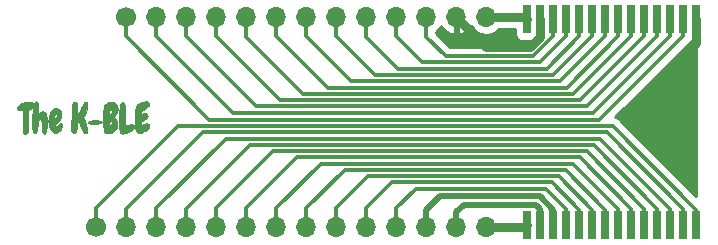
<source format=gbr>
G04 #@! TF.GenerationSoftware,KiCad,Pcbnew,(5.1.9-0-10_14)*
G04 #@! TF.CreationDate,2022-01-02T12:30:46-07:00*
G04 #@! TF.ProjectId,MS88SF2_01,4d533838-5346-4325-9f30-312e6b696361,rev?*
G04 #@! TF.SameCoordinates,Original*
G04 #@! TF.FileFunction,Copper,L1,Top*
G04 #@! TF.FilePolarity,Positive*
%FSLAX46Y46*%
G04 Gerber Fmt 4.6, Leading zero omitted, Abs format (unit mm)*
G04 Created by KiCad (PCBNEW (5.1.9-0-10_14)) date 2022-01-02 12:30:46*
%MOMM*%
%LPD*%
G01*
G04 APERTURE LIST*
G04 #@! TA.AperFunction,EtchedComponent*
%ADD10C,0.010000*%
G04 #@! TD*
G04 #@! TA.AperFunction,ComponentPad*
%ADD11C,1.700000*%
G04 #@! TD*
G04 #@! TA.AperFunction,ComponentPad*
%ADD12O,1.700000X1.700000*%
G04 #@! TD*
G04 #@! TA.AperFunction,SMDPad,CuDef*
%ADD13R,0.800000X2.400000*%
G04 #@! TD*
G04 #@! TA.AperFunction,ViaPad*
%ADD14C,0.800000*%
G04 #@! TD*
G04 #@! TA.AperFunction,Conductor*
%ADD15C,0.330200*%
G04 #@! TD*
G04 #@! TA.AperFunction,Conductor*
%ADD16C,0.762000*%
G04 #@! TD*
G04 #@! TA.AperFunction,Conductor*
%ADD17C,0.508000*%
G04 #@! TD*
G04 #@! TA.AperFunction,Conductor*
%ADD18C,0.254000*%
G04 #@! TD*
G04 #@! TA.AperFunction,Conductor*
%ADD19C,0.100000*%
G04 #@! TD*
G04 APERTURE END LIST*
D10*
G36*
X125653761Y-74763644D02*
G01*
X125800212Y-74772789D01*
X125935801Y-74790449D01*
X126050836Y-74816260D01*
X126135623Y-74849858D01*
X126146947Y-74856720D01*
X126189159Y-74899632D01*
X126190845Y-74943031D01*
X126153554Y-74982726D01*
X126089834Y-75011234D01*
X126030630Y-75022922D01*
X125938702Y-75032845D01*
X125823630Y-75040755D01*
X125694997Y-75046405D01*
X125562384Y-75049547D01*
X125435371Y-75049933D01*
X125323541Y-75047315D01*
X125236474Y-75041445D01*
X125191908Y-75034448D01*
X125112901Y-75008273D01*
X125069033Y-74974859D01*
X125053127Y-74928080D01*
X125052667Y-74915634D01*
X125061143Y-74879972D01*
X125092636Y-74850371D01*
X125153209Y-74819473D01*
X125246173Y-74790927D01*
X125367049Y-74772350D01*
X125506143Y-74763376D01*
X125653761Y-74763644D01*
G37*
X125653761Y-74763644D02*
X125800212Y-74772789D01*
X125935801Y-74790449D01*
X126050836Y-74816260D01*
X126135623Y-74849858D01*
X126146947Y-74856720D01*
X126189159Y-74899632D01*
X126190845Y-74943031D01*
X126153554Y-74982726D01*
X126089834Y-75011234D01*
X126030630Y-75022922D01*
X125938702Y-75032845D01*
X125823630Y-75040755D01*
X125694997Y-75046405D01*
X125562384Y-75049547D01*
X125435371Y-75049933D01*
X125323541Y-75047315D01*
X125236474Y-75041445D01*
X125191908Y-75034448D01*
X125112901Y-75008273D01*
X125069033Y-74974859D01*
X125053127Y-74928080D01*
X125052667Y-74915634D01*
X125061143Y-74879972D01*
X125092636Y-74850371D01*
X125153209Y-74819473D01*
X125246173Y-74790927D01*
X125367049Y-74772350D01*
X125506143Y-74763376D01*
X125653761Y-74763644D01*
G36*
X122385334Y-73733340D02*
G01*
X122501716Y-73771036D01*
X122599675Y-73839484D01*
X122677333Y-73934207D01*
X122732807Y-74050722D01*
X122764220Y-74184551D01*
X122769689Y-74331213D01*
X122747334Y-74486228D01*
X122695276Y-74645116D01*
X122664137Y-74711857D01*
X122595784Y-74811730D01*
X122499612Y-74908023D01*
X122389113Y-74989465D01*
X122277778Y-75044779D01*
X122257888Y-75051332D01*
X122189768Y-75072650D01*
X122154894Y-75088955D01*
X122145842Y-75106978D01*
X122155186Y-75133451D01*
X122158947Y-75141026D01*
X122207984Y-75201384D01*
X122274924Y-75237355D01*
X122344838Y-75241056D01*
X122347298Y-75240469D01*
X122390981Y-75220284D01*
X122452559Y-75180717D01*
X122515222Y-75133098D01*
X122602257Y-75067014D01*
X122669410Y-75031363D01*
X122724220Y-75024325D01*
X122774229Y-75044082D01*
X122800730Y-75064247D01*
X122838629Y-75103126D01*
X122855878Y-75144913D01*
X122859174Y-75207651D01*
X122858853Y-75220851D01*
X122836753Y-75338767D01*
X122781627Y-75461449D01*
X122700300Y-75579378D01*
X122599597Y-75683036D01*
X122486343Y-75762907D01*
X122460562Y-75776273D01*
X122359198Y-75808139D01*
X122245543Y-75817299D01*
X122138880Y-75803043D01*
X122099917Y-75789517D01*
X122034405Y-75746902D01*
X121960240Y-75677050D01*
X121887233Y-75590819D01*
X121825198Y-75499064D01*
X121806467Y-75464856D01*
X121733979Y-75279412D01*
X121689974Y-75072044D01*
X121673883Y-74851622D01*
X121685136Y-74627012D01*
X121690774Y-74594402D01*
X122125681Y-74594402D01*
X122208049Y-74560824D01*
X122278148Y-74521974D01*
X122341742Y-74470880D01*
X122348625Y-74463705D01*
X122396240Y-74389785D01*
X122402170Y-74318377D01*
X122369792Y-74255128D01*
X122336981Y-74225009D01*
X122302990Y-74226975D01*
X122281743Y-74236908D01*
X122229619Y-74283067D01*
X122183035Y-74358593D01*
X122148890Y-74450540D01*
X122137264Y-74508042D01*
X122125681Y-74594402D01*
X121690774Y-74594402D01*
X121723165Y-74407082D01*
X121787401Y-74200701D01*
X121877273Y-74016735D01*
X121901914Y-73977921D01*
X121993294Y-73862189D01*
X122089511Y-73784581D01*
X122196516Y-73740902D01*
X122252411Y-73730878D01*
X122385334Y-73733340D01*
G37*
X122385334Y-73733340D02*
X122501716Y-73771036D01*
X122599675Y-73839484D01*
X122677333Y-73934207D01*
X122732807Y-74050722D01*
X122764220Y-74184551D01*
X122769689Y-74331213D01*
X122747334Y-74486228D01*
X122695276Y-74645116D01*
X122664137Y-74711857D01*
X122595784Y-74811730D01*
X122499612Y-74908023D01*
X122389113Y-74989465D01*
X122277778Y-75044779D01*
X122257888Y-75051332D01*
X122189768Y-75072650D01*
X122154894Y-75088955D01*
X122145842Y-75106978D01*
X122155186Y-75133451D01*
X122158947Y-75141026D01*
X122207984Y-75201384D01*
X122274924Y-75237355D01*
X122344838Y-75241056D01*
X122347298Y-75240469D01*
X122390981Y-75220284D01*
X122452559Y-75180717D01*
X122515222Y-75133098D01*
X122602257Y-75067014D01*
X122669410Y-75031363D01*
X122724220Y-75024325D01*
X122774229Y-75044082D01*
X122800730Y-75064247D01*
X122838629Y-75103126D01*
X122855878Y-75144913D01*
X122859174Y-75207651D01*
X122858853Y-75220851D01*
X122836753Y-75338767D01*
X122781627Y-75461449D01*
X122700300Y-75579378D01*
X122599597Y-75683036D01*
X122486343Y-75762907D01*
X122460562Y-75776273D01*
X122359198Y-75808139D01*
X122245543Y-75817299D01*
X122138880Y-75803043D01*
X122099917Y-75789517D01*
X122034405Y-75746902D01*
X121960240Y-75677050D01*
X121887233Y-75590819D01*
X121825198Y-75499064D01*
X121806467Y-75464856D01*
X121733979Y-75279412D01*
X121689974Y-75072044D01*
X121673883Y-74851622D01*
X121685136Y-74627012D01*
X121690774Y-74594402D01*
X122125681Y-74594402D01*
X122208049Y-74560824D01*
X122278148Y-74521974D01*
X122341742Y-74470880D01*
X122348625Y-74463705D01*
X122396240Y-74389785D01*
X122402170Y-74318377D01*
X122369792Y-74255128D01*
X122336981Y-74225009D01*
X122302990Y-74226975D01*
X122281743Y-74236908D01*
X122229619Y-74283067D01*
X122183035Y-74358593D01*
X122148890Y-74450540D01*
X122137264Y-74508042D01*
X122125681Y-74594402D01*
X121690774Y-74594402D01*
X121723165Y-74407082D01*
X121787401Y-74200701D01*
X121877273Y-74016735D01*
X121901914Y-73977921D01*
X121993294Y-73862189D01*
X122089511Y-73784581D01*
X122196516Y-73740902D01*
X122252411Y-73730878D01*
X122385334Y-73733340D01*
G36*
X130036290Y-73163316D02*
G01*
X130091193Y-73190283D01*
X130133111Y-73242427D01*
X130154413Y-73284313D01*
X130186086Y-73372119D01*
X130194491Y-73450971D01*
X130177025Y-73524499D01*
X130131083Y-73596328D01*
X130054060Y-73670087D01*
X129943351Y-73749403D01*
X129796351Y-73837904D01*
X129730500Y-73874661D01*
X129648608Y-73919642D01*
X129581970Y-73956219D01*
X129538342Y-73980138D01*
X129525185Y-73987316D01*
X129521084Y-74007731D01*
X129514370Y-74059224D01*
X129506482Y-74130733D01*
X129506335Y-74132170D01*
X129491717Y-74274849D01*
X129626983Y-74210858D01*
X129756162Y-74162117D01*
X129866120Y-74146090D01*
X129954426Y-74162245D01*
X130018648Y-74210050D01*
X130056356Y-74288975D01*
X130059964Y-74305499D01*
X130066427Y-74411067D01*
X130041958Y-74505248D01*
X129984013Y-74591339D01*
X129890045Y-74672635D01*
X129757508Y-74752434D01*
X129687943Y-74787147D01*
X129600069Y-74830183D01*
X129543379Y-74862334D01*
X129510232Y-74889589D01*
X129492989Y-74917935D01*
X129485419Y-74945875D01*
X129481326Y-74993847D01*
X129482849Y-75053945D01*
X129488668Y-75111603D01*
X129497462Y-75152258D01*
X129505096Y-75162833D01*
X129525799Y-75155460D01*
X129576674Y-75135703D01*
X129648671Y-75107102D01*
X129689616Y-75090651D01*
X129822649Y-75040110D01*
X129924808Y-75010053D01*
X130002380Y-75000687D01*
X130061651Y-75012219D01*
X130108910Y-75044856D01*
X130150443Y-75098805D01*
X130154887Y-75105975D01*
X130187346Y-75191796D01*
X130194776Y-75289791D01*
X130177087Y-75381887D01*
X130156478Y-75423688D01*
X130101233Y-75486201D01*
X130015876Y-75557671D01*
X129909986Y-75632329D01*
X129793141Y-75704410D01*
X129674920Y-75768145D01*
X129564901Y-75817768D01*
X129472663Y-75847511D01*
X129444497Y-75852375D01*
X129345056Y-75845778D01*
X129276210Y-75818937D01*
X129170481Y-75750707D01*
X129092786Y-75671139D01*
X129053907Y-75598550D01*
X129038308Y-75528218D01*
X129024655Y-75422617D01*
X129013147Y-75288773D01*
X129003984Y-75133714D01*
X128997365Y-74964469D01*
X128993488Y-74788064D01*
X128992554Y-74611526D01*
X128994762Y-74441884D01*
X129000309Y-74286165D01*
X129009397Y-74151397D01*
X129012088Y-74123328D01*
X129039446Y-73904357D01*
X129072882Y-73724917D01*
X129113195Y-73582535D01*
X129161180Y-73474740D01*
X129217635Y-73399058D01*
X129255443Y-73368336D01*
X129326612Y-73331177D01*
X129427903Y-73290205D01*
X129547793Y-73249218D01*
X129674760Y-73212009D01*
X129797281Y-73182374D01*
X129852221Y-73171765D01*
X129959575Y-73158239D01*
X130036290Y-73163316D01*
G37*
X130036290Y-73163316D02*
X130091193Y-73190283D01*
X130133111Y-73242427D01*
X130154413Y-73284313D01*
X130186086Y-73372119D01*
X130194491Y-73450971D01*
X130177025Y-73524499D01*
X130131083Y-73596328D01*
X130054060Y-73670087D01*
X129943351Y-73749403D01*
X129796351Y-73837904D01*
X129730500Y-73874661D01*
X129648608Y-73919642D01*
X129581970Y-73956219D01*
X129538342Y-73980138D01*
X129525185Y-73987316D01*
X129521084Y-74007731D01*
X129514370Y-74059224D01*
X129506482Y-74130733D01*
X129506335Y-74132170D01*
X129491717Y-74274849D01*
X129626983Y-74210858D01*
X129756162Y-74162117D01*
X129866120Y-74146090D01*
X129954426Y-74162245D01*
X130018648Y-74210050D01*
X130056356Y-74288975D01*
X130059964Y-74305499D01*
X130066427Y-74411067D01*
X130041958Y-74505248D01*
X129984013Y-74591339D01*
X129890045Y-74672635D01*
X129757508Y-74752434D01*
X129687943Y-74787147D01*
X129600069Y-74830183D01*
X129543379Y-74862334D01*
X129510232Y-74889589D01*
X129492989Y-74917935D01*
X129485419Y-74945875D01*
X129481326Y-74993847D01*
X129482849Y-75053945D01*
X129488668Y-75111603D01*
X129497462Y-75152258D01*
X129505096Y-75162833D01*
X129525799Y-75155460D01*
X129576674Y-75135703D01*
X129648671Y-75107102D01*
X129689616Y-75090651D01*
X129822649Y-75040110D01*
X129924808Y-75010053D01*
X130002380Y-75000687D01*
X130061651Y-75012219D01*
X130108910Y-75044856D01*
X130150443Y-75098805D01*
X130154887Y-75105975D01*
X130187346Y-75191796D01*
X130194776Y-75289791D01*
X130177087Y-75381887D01*
X130156478Y-75423688D01*
X130101233Y-75486201D01*
X130015876Y-75557671D01*
X129909986Y-75632329D01*
X129793141Y-75704410D01*
X129674920Y-75768145D01*
X129564901Y-75817768D01*
X129472663Y-75847511D01*
X129444497Y-75852375D01*
X129345056Y-75845778D01*
X129276210Y-75818937D01*
X129170481Y-75750707D01*
X129092786Y-75671139D01*
X129053907Y-75598550D01*
X129038308Y-75528218D01*
X129024655Y-75422617D01*
X129013147Y-75288773D01*
X129003984Y-75133714D01*
X128997365Y-74964469D01*
X128993488Y-74788064D01*
X128992554Y-74611526D01*
X128994762Y-74441884D01*
X129000309Y-74286165D01*
X129009397Y-74151397D01*
X129012088Y-74123328D01*
X129039446Y-73904357D01*
X129072882Y-73724917D01*
X129113195Y-73582535D01*
X129161180Y-73474740D01*
X129217635Y-73399058D01*
X129255443Y-73368336D01*
X129326612Y-73331177D01*
X129427903Y-73290205D01*
X129547793Y-73249218D01*
X129674760Y-73212009D01*
X129797281Y-73182374D01*
X129852221Y-73171765D01*
X129959575Y-73158239D01*
X130036290Y-73163316D01*
G36*
X127154938Y-73224064D02*
G01*
X127289551Y-73283046D01*
X127395461Y-73372414D01*
X127471464Y-73490367D01*
X127516356Y-73635105D01*
X127529167Y-73783346D01*
X127509829Y-73990460D01*
X127451993Y-74180373D01*
X127355923Y-74352379D01*
X127282400Y-74444088D01*
X127241248Y-74491601D01*
X127226479Y-74517654D01*
X127235103Y-74531271D01*
X127251441Y-74537604D01*
X127306947Y-74571626D01*
X127367045Y-74634033D01*
X127422693Y-74713134D01*
X127464847Y-74797236D01*
X127475056Y-74826747D01*
X127508053Y-75001704D01*
X127505268Y-75174592D01*
X127468985Y-75339210D01*
X127401490Y-75489353D01*
X127305068Y-75618822D01*
X127182002Y-75721412D01*
X127135470Y-75748556D01*
X126984717Y-75811764D01*
X126826245Y-75849552D01*
X126672978Y-75859683D01*
X126566084Y-75847107D01*
X126476875Y-75819530D01*
X126411904Y-75783428D01*
X126385692Y-75754613D01*
X126376082Y-75719740D01*
X126364659Y-75652320D01*
X126352846Y-75562017D01*
X126342062Y-75458495D01*
X126341923Y-75456984D01*
X126336495Y-75373030D01*
X126332338Y-75258264D01*
X126329927Y-75143613D01*
X126790669Y-75143613D01*
X126799213Y-75201317D01*
X126825101Y-75223603D01*
X126870028Y-75212747D01*
X126905122Y-75192393D01*
X126965106Y-75138302D01*
X127009600Y-75070188D01*
X127035621Y-74998115D01*
X127040183Y-74932148D01*
X127020301Y-74882348D01*
X127001534Y-74867320D01*
X126938026Y-74853157D01*
X126880153Y-74876493D01*
X126833356Y-74932496D01*
X126803081Y-75016334D01*
X126797776Y-75048218D01*
X126790669Y-75143613D01*
X126329927Y-75143613D01*
X126329396Y-75118367D01*
X126327615Y-74959021D01*
X126326938Y-74785907D01*
X126327311Y-74604707D01*
X126328678Y-74421102D01*
X126330380Y-74287987D01*
X126794586Y-74287987D01*
X126797524Y-74331446D01*
X126799813Y-74338783D01*
X126825684Y-74347166D01*
X126867360Y-74324322D01*
X126918376Y-74275025D01*
X126962303Y-74218705D01*
X127007370Y-74139977D01*
X127040399Y-74055072D01*
X127058091Y-73976072D01*
X127057146Y-73915055D01*
X127050117Y-73897241D01*
X127005838Y-73861449D01*
X126946287Y-73856189D01*
X126885464Y-73881419D01*
X126866074Y-73897834D01*
X126840255Y-73930077D01*
X126822866Y-73971916D01*
X126810923Y-74034112D01*
X126801442Y-74127420D01*
X126801049Y-74132242D01*
X126795783Y-74217878D01*
X126794586Y-74287987D01*
X126330380Y-74287987D01*
X126330984Y-74240775D01*
X126334172Y-74069406D01*
X126338189Y-73912677D01*
X126342978Y-73776269D01*
X126348484Y-73665865D01*
X126354651Y-73587145D01*
X126360537Y-73548760D01*
X126381967Y-73492221D01*
X126417474Y-73443921D01*
X126474144Y-73397578D01*
X126559063Y-73346911D01*
X126629584Y-73310281D01*
X126791070Y-73241424D01*
X126935568Y-73207123D01*
X127069086Y-73206394D01*
X127154938Y-73224064D01*
G37*
X127154938Y-73224064D02*
X127289551Y-73283046D01*
X127395461Y-73372414D01*
X127471464Y-73490367D01*
X127516356Y-73635105D01*
X127529167Y-73783346D01*
X127509829Y-73990460D01*
X127451993Y-74180373D01*
X127355923Y-74352379D01*
X127282400Y-74444088D01*
X127241248Y-74491601D01*
X127226479Y-74517654D01*
X127235103Y-74531271D01*
X127251441Y-74537604D01*
X127306947Y-74571626D01*
X127367045Y-74634033D01*
X127422693Y-74713134D01*
X127464847Y-74797236D01*
X127475056Y-74826747D01*
X127508053Y-75001704D01*
X127505268Y-75174592D01*
X127468985Y-75339210D01*
X127401490Y-75489353D01*
X127305068Y-75618822D01*
X127182002Y-75721412D01*
X127135470Y-75748556D01*
X126984717Y-75811764D01*
X126826245Y-75849552D01*
X126672978Y-75859683D01*
X126566084Y-75847107D01*
X126476875Y-75819530D01*
X126411904Y-75783428D01*
X126385692Y-75754613D01*
X126376082Y-75719740D01*
X126364659Y-75652320D01*
X126352846Y-75562017D01*
X126342062Y-75458495D01*
X126341923Y-75456984D01*
X126336495Y-75373030D01*
X126332338Y-75258264D01*
X126329927Y-75143613D01*
X126790669Y-75143613D01*
X126799213Y-75201317D01*
X126825101Y-75223603D01*
X126870028Y-75212747D01*
X126905122Y-75192393D01*
X126965106Y-75138302D01*
X127009600Y-75070188D01*
X127035621Y-74998115D01*
X127040183Y-74932148D01*
X127020301Y-74882348D01*
X127001534Y-74867320D01*
X126938026Y-74853157D01*
X126880153Y-74876493D01*
X126833356Y-74932496D01*
X126803081Y-75016334D01*
X126797776Y-75048218D01*
X126790669Y-75143613D01*
X126329927Y-75143613D01*
X126329396Y-75118367D01*
X126327615Y-74959021D01*
X126326938Y-74785907D01*
X126327311Y-74604707D01*
X126328678Y-74421102D01*
X126330380Y-74287987D01*
X126794586Y-74287987D01*
X126797524Y-74331446D01*
X126799813Y-74338783D01*
X126825684Y-74347166D01*
X126867360Y-74324322D01*
X126918376Y-74275025D01*
X126962303Y-74218705D01*
X127007370Y-74139977D01*
X127040399Y-74055072D01*
X127058091Y-73976072D01*
X127057146Y-73915055D01*
X127050117Y-73897241D01*
X127005838Y-73861449D01*
X126946287Y-73856189D01*
X126885464Y-73881419D01*
X126866074Y-73897834D01*
X126840255Y-73930077D01*
X126822866Y-73971916D01*
X126810923Y-74034112D01*
X126801442Y-74127420D01*
X126801049Y-74132242D01*
X126795783Y-74217878D01*
X126794586Y-74287987D01*
X126330380Y-74287987D01*
X126330984Y-74240775D01*
X126334172Y-74069406D01*
X126338189Y-73912677D01*
X126342978Y-73776269D01*
X126348484Y-73665865D01*
X126354651Y-73587145D01*
X126360537Y-73548760D01*
X126381967Y-73492221D01*
X126417474Y-73443921D01*
X126474144Y-73397578D01*
X126559063Y-73346911D01*
X126629584Y-73310281D01*
X126791070Y-73241424D01*
X126935568Y-73207123D01*
X127069086Y-73206394D01*
X127154938Y-73224064D01*
G36*
X123993961Y-73227170D02*
G01*
X124009203Y-73241958D01*
X124042031Y-73284144D01*
X124066989Y-73333378D01*
X124085022Y-73395691D01*
X124097080Y-73477118D01*
X124104108Y-73583691D01*
X124107055Y-73721445D01*
X124107071Y-73865268D01*
X124104761Y-74271620D01*
X124152598Y-74214518D01*
X124235549Y-74102377D01*
X124321264Y-73963528D01*
X124401451Y-73812126D01*
X124448503Y-73709428D01*
X124511201Y-73571762D01*
X124574594Y-73449548D01*
X124634809Y-73349376D01*
X124687970Y-73277836D01*
X124720108Y-73247470D01*
X124791569Y-73219034D01*
X124866209Y-73223505D01*
X124925667Y-73257833D01*
X124948699Y-73288902D01*
X124961741Y-73332106D01*
X124967265Y-73398992D01*
X124968000Y-73455530D01*
X124951623Y-73642038D01*
X124904855Y-73843274D01*
X124831247Y-74048659D01*
X124734344Y-74247618D01*
X124662998Y-74364802D01*
X124586949Y-74479375D01*
X124747563Y-74858146D01*
X124830947Y-75060978D01*
X124894979Y-75231579D01*
X124940999Y-75374652D01*
X124970348Y-75494898D01*
X124984366Y-75597018D01*
X124984392Y-75685713D01*
X124984188Y-75688251D01*
X124961881Y-75787669D01*
X124917585Y-75853250D01*
X124856462Y-75883019D01*
X124783670Y-75875002D01*
X124704372Y-75827222D01*
X124679942Y-75804697D01*
X124643706Y-75764329D01*
X124608936Y-75715336D01*
X124573051Y-75652395D01*
X124533471Y-75570182D01*
X124487615Y-75463377D01*
X124432903Y-75326657D01*
X124373874Y-75173416D01*
X124334086Y-75069374D01*
X124299660Y-74980181D01*
X124273364Y-74912942D01*
X124257966Y-74874763D01*
X124255254Y-74868839D01*
X124236764Y-74875357D01*
X124196737Y-74901376D01*
X124174826Y-74917542D01*
X124130241Y-74955642D01*
X124108095Y-74992402D01*
X124100638Y-75045117D01*
X124099993Y-75084535D01*
X124096109Y-75194708D01*
X124085847Y-75317616D01*
X124070827Y-75440839D01*
X124052663Y-75551957D01*
X124032974Y-75638549D01*
X124024381Y-75665314D01*
X123975545Y-75754822D01*
X123910696Y-75813756D01*
X123836574Y-75838930D01*
X123759919Y-75827156D01*
X123724040Y-75807331D01*
X123678600Y-75765449D01*
X123644602Y-75708636D01*
X123621268Y-75632082D01*
X123607818Y-75530980D01*
X123603472Y-75400523D01*
X123607451Y-75235903D01*
X123613203Y-75123930D01*
X123619399Y-75008513D01*
X123626495Y-74860247D01*
X123634089Y-74688594D01*
X123641776Y-74503019D01*
X123649152Y-74312985D01*
X123655814Y-74127955D01*
X123656255Y-74115083D01*
X123662491Y-73948839D01*
X123669393Y-73793105D01*
X123676617Y-73653786D01*
X123683820Y-73536787D01*
X123690657Y-73448013D01*
X123696786Y-73393370D01*
X123698890Y-73382657D01*
X123736724Y-73295671D01*
X123793001Y-73233069D01*
X123859867Y-73198411D01*
X123929471Y-73195258D01*
X123993961Y-73227170D01*
G37*
X123993961Y-73227170D02*
X124009203Y-73241958D01*
X124042031Y-73284144D01*
X124066989Y-73333378D01*
X124085022Y-73395691D01*
X124097080Y-73477118D01*
X124104108Y-73583691D01*
X124107055Y-73721445D01*
X124107071Y-73865268D01*
X124104761Y-74271620D01*
X124152598Y-74214518D01*
X124235549Y-74102377D01*
X124321264Y-73963528D01*
X124401451Y-73812126D01*
X124448503Y-73709428D01*
X124511201Y-73571762D01*
X124574594Y-73449548D01*
X124634809Y-73349376D01*
X124687970Y-73277836D01*
X124720108Y-73247470D01*
X124791569Y-73219034D01*
X124866209Y-73223505D01*
X124925667Y-73257833D01*
X124948699Y-73288902D01*
X124961741Y-73332106D01*
X124967265Y-73398992D01*
X124968000Y-73455530D01*
X124951623Y-73642038D01*
X124904855Y-73843274D01*
X124831247Y-74048659D01*
X124734344Y-74247618D01*
X124662998Y-74364802D01*
X124586949Y-74479375D01*
X124747563Y-74858146D01*
X124830947Y-75060978D01*
X124894979Y-75231579D01*
X124940999Y-75374652D01*
X124970348Y-75494898D01*
X124984366Y-75597018D01*
X124984392Y-75685713D01*
X124984188Y-75688251D01*
X124961881Y-75787669D01*
X124917585Y-75853250D01*
X124856462Y-75883019D01*
X124783670Y-75875002D01*
X124704372Y-75827222D01*
X124679942Y-75804697D01*
X124643706Y-75764329D01*
X124608936Y-75715336D01*
X124573051Y-75652395D01*
X124533471Y-75570182D01*
X124487615Y-75463377D01*
X124432903Y-75326657D01*
X124373874Y-75173416D01*
X124334086Y-75069374D01*
X124299660Y-74980181D01*
X124273364Y-74912942D01*
X124257966Y-74874763D01*
X124255254Y-74868839D01*
X124236764Y-74875357D01*
X124196737Y-74901376D01*
X124174826Y-74917542D01*
X124130241Y-74955642D01*
X124108095Y-74992402D01*
X124100638Y-75045117D01*
X124099993Y-75084535D01*
X124096109Y-75194708D01*
X124085847Y-75317616D01*
X124070827Y-75440839D01*
X124052663Y-75551957D01*
X124032974Y-75638549D01*
X124024381Y-75665314D01*
X123975545Y-75754822D01*
X123910696Y-75813756D01*
X123836574Y-75838930D01*
X123759919Y-75827156D01*
X123724040Y-75807331D01*
X123678600Y-75765449D01*
X123644602Y-75708636D01*
X123621268Y-75632082D01*
X123607818Y-75530980D01*
X123603472Y-75400523D01*
X123607451Y-75235903D01*
X123613203Y-75123930D01*
X123619399Y-75008513D01*
X123626495Y-74860247D01*
X123634089Y-74688594D01*
X123641776Y-74503019D01*
X123649152Y-74312985D01*
X123655814Y-74127955D01*
X123656255Y-74115083D01*
X123662491Y-73948839D01*
X123669393Y-73793105D01*
X123676617Y-73653786D01*
X123683820Y-73536787D01*
X123690657Y-73448013D01*
X123696786Y-73393370D01*
X123698890Y-73382657D01*
X123736724Y-73295671D01*
X123793001Y-73233069D01*
X123859867Y-73198411D01*
X123929471Y-73195258D01*
X123993961Y-73227170D01*
G36*
X128009167Y-73257809D02*
G01*
X128063396Y-73314220D01*
X128078779Y-73341086D01*
X128101716Y-73392702D01*
X128120489Y-73451901D01*
X128135403Y-73522930D01*
X128146761Y-73610035D01*
X128154867Y-73717461D01*
X128160026Y-73849456D01*
X128162542Y-74010264D01*
X128162718Y-74204132D01*
X128160859Y-74435307D01*
X128160343Y-74480208D01*
X128158658Y-74653161D01*
X128157827Y-74811937D01*
X128157820Y-74951762D01*
X128158606Y-75067864D01*
X128160155Y-75155472D01*
X128162437Y-75209813D01*
X128165088Y-75226333D01*
X128191001Y-75219942D01*
X128244023Y-75203401D01*
X128295794Y-75186049D01*
X128472144Y-75134488D01*
X128623406Y-75109168D01*
X128747852Y-75109758D01*
X128843758Y-75135927D01*
X128909398Y-75187343D01*
X128943046Y-75263675D01*
X128947334Y-75311089D01*
X128926651Y-75423907D01*
X128865536Y-75529052D01*
X128765385Y-75625356D01*
X128627594Y-75711655D01*
X128453561Y-75786782D01*
X128329425Y-75826849D01*
X128192512Y-75861899D01*
X128069360Y-75884934D01*
X127968532Y-75894692D01*
X127899584Y-75890148D01*
X127810946Y-75855941D01*
X127756984Y-75801150D01*
X127742718Y-75768097D01*
X127722284Y-75682091D01*
X127702705Y-75562316D01*
X127684661Y-75417337D01*
X127668831Y-75255719D01*
X127655891Y-75086027D01*
X127646522Y-74916824D01*
X127641401Y-74756677D01*
X127641208Y-74614149D01*
X127644465Y-74527833D01*
X127662668Y-74254137D01*
X127681872Y-74020047D01*
X127702582Y-73822837D01*
X127725302Y-73659780D01*
X127750538Y-73528153D01*
X127778796Y-73425230D01*
X127810582Y-73348284D01*
X127846399Y-73294592D01*
X127878373Y-73266498D01*
X127946558Y-73241554D01*
X128009167Y-73257809D01*
G37*
X128009167Y-73257809D02*
X128063396Y-73314220D01*
X128078779Y-73341086D01*
X128101716Y-73392702D01*
X128120489Y-73451901D01*
X128135403Y-73522930D01*
X128146761Y-73610035D01*
X128154867Y-73717461D01*
X128160026Y-73849456D01*
X128162542Y-74010264D01*
X128162718Y-74204132D01*
X128160859Y-74435307D01*
X128160343Y-74480208D01*
X128158658Y-74653161D01*
X128157827Y-74811937D01*
X128157820Y-74951762D01*
X128158606Y-75067864D01*
X128160155Y-75155472D01*
X128162437Y-75209813D01*
X128165088Y-75226333D01*
X128191001Y-75219942D01*
X128244023Y-75203401D01*
X128295794Y-75186049D01*
X128472144Y-75134488D01*
X128623406Y-75109168D01*
X128747852Y-75109758D01*
X128843758Y-75135927D01*
X128909398Y-75187343D01*
X128943046Y-75263675D01*
X128947334Y-75311089D01*
X128926651Y-75423907D01*
X128865536Y-75529052D01*
X128765385Y-75625356D01*
X128627594Y-75711655D01*
X128453561Y-75786782D01*
X128329425Y-75826849D01*
X128192512Y-75861899D01*
X128069360Y-75884934D01*
X127968532Y-75894692D01*
X127899584Y-75890148D01*
X127810946Y-75855941D01*
X127756984Y-75801150D01*
X127742718Y-75768097D01*
X127722284Y-75682091D01*
X127702705Y-75562316D01*
X127684661Y-75417337D01*
X127668831Y-75255719D01*
X127655891Y-75086027D01*
X127646522Y-74916824D01*
X127641401Y-74756677D01*
X127641208Y-74614149D01*
X127644465Y-74527833D01*
X127662668Y-74254137D01*
X127681872Y-74020047D01*
X127702582Y-73822837D01*
X127725302Y-73659780D01*
X127750538Y-73528153D01*
X127778796Y-73425230D01*
X127810582Y-73348284D01*
X127846399Y-73294592D01*
X127878373Y-73266498D01*
X127946558Y-73241554D01*
X128009167Y-73257809D01*
G36*
X120685408Y-73183066D02*
G01*
X120734420Y-73247975D01*
X120772122Y-73351537D01*
X120798672Y-73494343D01*
X120814229Y-73676982D01*
X120818966Y-73879151D01*
X120819334Y-74193552D01*
X120897169Y-74125211D01*
X121009006Y-74046016D01*
X121119888Y-74007140D01*
X121217179Y-74004602D01*
X121304928Y-74027948D01*
X121376666Y-74078046D01*
X121433543Y-74157500D01*
X121476711Y-74268912D01*
X121507319Y-74414883D01*
X121526518Y-74598017D01*
X121532735Y-74718333D01*
X121536080Y-74886687D01*
X121534423Y-75059916D01*
X121528275Y-75230906D01*
X121518146Y-75392542D01*
X121504547Y-75537708D01*
X121487988Y-75659290D01*
X121468980Y-75750173D01*
X121455959Y-75788505D01*
X121407418Y-75863647D01*
X121346949Y-75899295D01*
X121276787Y-75894488D01*
X121244134Y-75879711D01*
X121210754Y-75854626D01*
X121184059Y-75817612D01*
X121163038Y-75763744D01*
X121146675Y-75688097D01*
X121133958Y-75585748D01*
X121123873Y-75451773D01*
X121115406Y-75281246D01*
X121114024Y-75247500D01*
X121106972Y-75083285D01*
X121100130Y-74955934D01*
X121092848Y-74859986D01*
X121084474Y-74789979D01*
X121074357Y-74740453D01*
X121061845Y-74705947D01*
X121046518Y-74681291D01*
X121003172Y-74656898D01*
X120943367Y-74663515D01*
X120877391Y-74699340D01*
X120859561Y-74714049D01*
X120793287Y-74773265D01*
X120764944Y-75181925D01*
X120750396Y-75366192D01*
X120734393Y-75512968D01*
X120715823Y-75627092D01*
X120693576Y-75713405D01*
X120666537Y-75776748D01*
X120633597Y-75821960D01*
X120613784Y-75839898D01*
X120542482Y-75875983D01*
X120475659Y-75871446D01*
X120416689Y-75827985D01*
X120368949Y-75747296D01*
X120355323Y-75709966D01*
X120336567Y-75624266D01*
X120322241Y-75502456D01*
X120312251Y-75350516D01*
X120306498Y-75174426D01*
X120304888Y-74980166D01*
X120307324Y-74773718D01*
X120313709Y-74561060D01*
X120323948Y-74348173D01*
X120337943Y-74141038D01*
X120355600Y-73945635D01*
X120376821Y-73767944D01*
X120387775Y-73693661D01*
X120400863Y-73610905D01*
X120321104Y-73688367D01*
X120267282Y-73732365D01*
X120196503Y-73779551D01*
X120120911Y-73823031D01*
X120052649Y-73855908D01*
X120003863Y-73871288D01*
X119998282Y-73871666D01*
X119985901Y-73888651D01*
X119975061Y-73940370D01*
X119965698Y-74027967D01*
X119957750Y-74152586D01*
X119951154Y-74315372D01*
X119945847Y-74517469D01*
X119941765Y-74760022D01*
X119939801Y-74933415D01*
X119937053Y-75144125D01*
X119933160Y-75328352D01*
X119928247Y-75482890D01*
X119922435Y-75604536D01*
X119915848Y-75690087D01*
X119909017Y-75734890D01*
X119869890Y-75828572D01*
X119814383Y-75891550D01*
X119748106Y-75920567D01*
X119676667Y-75912371D01*
X119638589Y-75891798D01*
X119596140Y-75854289D01*
X119564127Y-75804961D01*
X119540563Y-75737064D01*
X119523460Y-75643842D01*
X119510833Y-75518543D01*
X119505424Y-75439286D01*
X119500665Y-75339302D01*
X119496317Y-75206168D01*
X119492571Y-75049068D01*
X119489618Y-74877184D01*
X119487647Y-74699700D01*
X119486872Y-74543708D01*
X119485834Y-73935166D01*
X119353542Y-73935133D01*
X119227047Y-73922821D01*
X119128330Y-73887158D01*
X119061613Y-73829951D01*
X119045712Y-73803328D01*
X119030240Y-73724205D01*
X119049769Y-73636619D01*
X119099990Y-73547814D01*
X119176592Y-73465035D01*
X119275267Y-73395526D01*
X119294364Y-73385327D01*
X119406918Y-73337816D01*
X119545101Y-73294637D01*
X119697668Y-73257906D01*
X119853372Y-73229743D01*
X120000967Y-73212267D01*
X120129205Y-73207595D01*
X120205500Y-73213703D01*
X120301690Y-73235862D01*
X120365559Y-73269488D01*
X120406752Y-73320490D01*
X120417648Y-73343660D01*
X120445101Y-73409939D01*
X120482465Y-73311506D01*
X120518747Y-73227197D01*
X120552644Y-73177872D01*
X120590132Y-73157014D01*
X120624928Y-73156221D01*
X120685408Y-73183066D01*
G37*
X120685408Y-73183066D02*
X120734420Y-73247975D01*
X120772122Y-73351537D01*
X120798672Y-73494343D01*
X120814229Y-73676982D01*
X120818966Y-73879151D01*
X120819334Y-74193552D01*
X120897169Y-74125211D01*
X121009006Y-74046016D01*
X121119888Y-74007140D01*
X121217179Y-74004602D01*
X121304928Y-74027948D01*
X121376666Y-74078046D01*
X121433543Y-74157500D01*
X121476711Y-74268912D01*
X121507319Y-74414883D01*
X121526518Y-74598017D01*
X121532735Y-74718333D01*
X121536080Y-74886687D01*
X121534423Y-75059916D01*
X121528275Y-75230906D01*
X121518146Y-75392542D01*
X121504547Y-75537708D01*
X121487988Y-75659290D01*
X121468980Y-75750173D01*
X121455959Y-75788505D01*
X121407418Y-75863647D01*
X121346949Y-75899295D01*
X121276787Y-75894488D01*
X121244134Y-75879711D01*
X121210754Y-75854626D01*
X121184059Y-75817612D01*
X121163038Y-75763744D01*
X121146675Y-75688097D01*
X121133958Y-75585748D01*
X121123873Y-75451773D01*
X121115406Y-75281246D01*
X121114024Y-75247500D01*
X121106972Y-75083285D01*
X121100130Y-74955934D01*
X121092848Y-74859986D01*
X121084474Y-74789979D01*
X121074357Y-74740453D01*
X121061845Y-74705947D01*
X121046518Y-74681291D01*
X121003172Y-74656898D01*
X120943367Y-74663515D01*
X120877391Y-74699340D01*
X120859561Y-74714049D01*
X120793287Y-74773265D01*
X120764944Y-75181925D01*
X120750396Y-75366192D01*
X120734393Y-75512968D01*
X120715823Y-75627092D01*
X120693576Y-75713405D01*
X120666537Y-75776748D01*
X120633597Y-75821960D01*
X120613784Y-75839898D01*
X120542482Y-75875983D01*
X120475659Y-75871446D01*
X120416689Y-75827985D01*
X120368949Y-75747296D01*
X120355323Y-75709966D01*
X120336567Y-75624266D01*
X120322241Y-75502456D01*
X120312251Y-75350516D01*
X120306498Y-75174426D01*
X120304888Y-74980166D01*
X120307324Y-74773718D01*
X120313709Y-74561060D01*
X120323948Y-74348173D01*
X120337943Y-74141038D01*
X120355600Y-73945635D01*
X120376821Y-73767944D01*
X120387775Y-73693661D01*
X120400863Y-73610905D01*
X120321104Y-73688367D01*
X120267282Y-73732365D01*
X120196503Y-73779551D01*
X120120911Y-73823031D01*
X120052649Y-73855908D01*
X120003863Y-73871288D01*
X119998282Y-73871666D01*
X119985901Y-73888651D01*
X119975061Y-73940370D01*
X119965698Y-74027967D01*
X119957750Y-74152586D01*
X119951154Y-74315372D01*
X119945847Y-74517469D01*
X119941765Y-74760022D01*
X119939801Y-74933415D01*
X119937053Y-75144125D01*
X119933160Y-75328352D01*
X119928247Y-75482890D01*
X119922435Y-75604536D01*
X119915848Y-75690087D01*
X119909017Y-75734890D01*
X119869890Y-75828572D01*
X119814383Y-75891550D01*
X119748106Y-75920567D01*
X119676667Y-75912371D01*
X119638589Y-75891798D01*
X119596140Y-75854289D01*
X119564127Y-75804961D01*
X119540563Y-75737064D01*
X119523460Y-75643842D01*
X119510833Y-75518543D01*
X119505424Y-75439286D01*
X119500665Y-75339302D01*
X119496317Y-75206168D01*
X119492571Y-75049068D01*
X119489618Y-74877184D01*
X119487647Y-74699700D01*
X119486872Y-74543708D01*
X119485834Y-73935166D01*
X119353542Y-73935133D01*
X119227047Y-73922821D01*
X119128330Y-73887158D01*
X119061613Y-73829951D01*
X119045712Y-73803328D01*
X119030240Y-73724205D01*
X119049769Y-73636619D01*
X119099990Y-73547814D01*
X119176592Y-73465035D01*
X119275267Y-73395526D01*
X119294364Y-73385327D01*
X119406918Y-73337816D01*
X119545101Y-73294637D01*
X119697668Y-73257906D01*
X119853372Y-73229743D01*
X120000967Y-73212267D01*
X120129205Y-73207595D01*
X120205500Y-73213703D01*
X120301690Y-73235862D01*
X120365559Y-73269488D01*
X120406752Y-73320490D01*
X120417648Y-73343660D01*
X120445101Y-73409939D01*
X120482465Y-73311506D01*
X120518747Y-73227197D01*
X120552644Y-73177872D01*
X120590132Y-73157014D01*
X120624928Y-73156221D01*
X120685408Y-73183066D01*
D11*
X128270000Y-66040000D03*
D12*
X130810000Y-66040000D03*
X133350000Y-66040000D03*
X135890000Y-66040000D03*
X138430000Y-66040000D03*
X140970000Y-66040000D03*
X143510000Y-66040000D03*
X146050000Y-66040000D03*
X148590000Y-66040000D03*
X151130000Y-66040000D03*
X153670000Y-66040000D03*
X156210000Y-66040000D03*
X158750000Y-66040000D03*
D11*
X125730000Y-83820000D03*
D12*
X128270000Y-83820000D03*
X130810000Y-83820000D03*
X133350000Y-83820000D03*
X135890000Y-83820000D03*
X138430000Y-83820000D03*
X140970000Y-83820000D03*
X143510000Y-83820000D03*
X146050000Y-83820000D03*
X148590000Y-83820000D03*
X151130000Y-83820000D03*
X153670000Y-83820000D03*
X156210000Y-83820000D03*
X158750000Y-83820000D03*
D13*
X162230000Y-83630000D03*
X163330000Y-83630000D03*
X164430000Y-83630000D03*
X165530000Y-83630000D03*
X166630000Y-83630000D03*
X167730000Y-83630000D03*
X168830000Y-83630000D03*
X169930000Y-83630000D03*
X171030000Y-83630000D03*
X172130000Y-83630000D03*
X173230000Y-83630000D03*
X174330000Y-83630000D03*
X175430000Y-83630000D03*
X176530000Y-83630000D03*
X162230000Y-66230000D03*
X163330000Y-66230000D03*
X164430000Y-66230000D03*
X165530000Y-66230000D03*
X166630000Y-66230000D03*
X167730000Y-66230000D03*
X168830000Y-66230000D03*
X169930000Y-66230000D03*
X171030000Y-66230000D03*
X172130000Y-66230000D03*
X173230000Y-66230000D03*
X174330000Y-66230000D03*
X175430000Y-66230000D03*
X176530000Y-66230000D03*
D14*
X176403000Y-68326000D03*
D15*
X175430000Y-66230000D02*
X175430000Y-67597200D01*
X175430000Y-67597200D02*
X168325800Y-74701400D01*
X128270000Y-67665600D02*
X128270000Y-66040000D01*
X135305800Y-74701400D02*
X128270000Y-67665600D01*
X168325800Y-74701400D02*
X135305800Y-74701400D01*
X167792400Y-74142600D02*
X137312400Y-74142600D01*
X137312400Y-74142600D02*
X130810000Y-67640200D01*
X174330000Y-67605000D02*
X167792400Y-74142600D01*
X130810000Y-67640200D02*
X130810000Y-66040000D01*
X174330000Y-66230000D02*
X174330000Y-67605000D01*
X167259000Y-73583800D02*
X139293600Y-73583800D01*
X139293600Y-73583800D02*
X133350000Y-67640200D01*
X173230000Y-67612800D02*
X167259000Y-73583800D01*
X133350000Y-67640200D02*
X133350000Y-66040000D01*
X173230000Y-66230000D02*
X173230000Y-67612800D01*
X141277989Y-73053589D02*
X135890000Y-67665600D01*
X166722411Y-73053589D02*
X141277989Y-73053589D01*
X135890000Y-67665600D02*
X135890000Y-66040000D01*
X172130000Y-67646000D02*
X166722411Y-73053589D01*
X172130000Y-66230000D02*
X172130000Y-67646000D01*
X138430000Y-67691000D02*
X138430000Y-66040000D01*
X143262378Y-72523378D02*
X138430000Y-67691000D01*
X166109622Y-72523378D02*
X143262378Y-72523378D01*
X171030000Y-67603000D02*
X166109622Y-72523378D01*
X171030000Y-66230000D02*
X171030000Y-67603000D01*
X140970000Y-67640200D02*
X140970000Y-66040000D01*
X145322967Y-71993167D02*
X140970000Y-67640200D01*
X165558833Y-71993167D02*
X145322967Y-71993167D01*
X169930000Y-67622000D02*
X165558833Y-71993167D01*
X169930000Y-66230000D02*
X169930000Y-67622000D01*
X147307356Y-71462956D02*
X143510000Y-67665600D01*
X143510000Y-67665600D02*
X143510000Y-66040000D01*
X168830000Y-67618600D02*
X164985644Y-71462956D01*
X164985644Y-71462956D02*
X147307356Y-71462956D01*
X168830000Y-66230000D02*
X168830000Y-67618600D01*
X164423655Y-70932745D02*
X149317145Y-70932745D01*
X146050000Y-67665600D02*
X146050000Y-66040000D01*
X149317145Y-70932745D02*
X146050000Y-67665600D01*
X167730000Y-67626400D02*
X164423655Y-70932745D01*
X167730000Y-66230000D02*
X167730000Y-67626400D01*
X148590000Y-67716400D02*
X148590000Y-66040000D01*
X151276134Y-70402534D02*
X148590000Y-67716400D01*
X163861666Y-70402534D02*
X151276134Y-70402534D01*
X166630000Y-67634200D02*
X163861666Y-70402534D01*
X166630000Y-66230000D02*
X166630000Y-67634200D01*
X165530000Y-66230000D02*
X165530000Y-67616600D01*
X165530000Y-67616600D02*
X163274277Y-69872323D01*
X153336723Y-69872323D02*
X151130000Y-67665600D01*
X151130000Y-67665600D02*
X151130000Y-66040000D01*
X163274277Y-69872323D02*
X153336723Y-69872323D01*
X162737688Y-69342112D02*
X155321112Y-69342112D01*
X164430000Y-66230000D02*
X164430000Y-67649800D01*
X164430000Y-67649800D02*
X162737688Y-69342112D01*
X153670000Y-67691000D02*
X153670000Y-66040000D01*
X155321112Y-69342112D02*
X153670000Y-67691000D01*
D16*
X162444640Y-68580000D02*
X158750000Y-68580000D01*
X163330000Y-67694640D02*
X162444640Y-68580000D01*
X163330000Y-66230000D02*
X163330000Y-67694640D01*
X158750000Y-68580000D02*
X156210000Y-66040000D01*
X176530000Y-68199000D02*
X176403000Y-68326000D01*
X176530000Y-66230000D02*
X176530000Y-68199000D01*
X162040000Y-66040000D02*
X162230000Y-66230000D01*
X158750000Y-66040000D02*
X162040000Y-66040000D01*
D15*
X176530000Y-82321400D02*
X169468800Y-75260200D01*
X169468800Y-75260200D02*
X132664200Y-75260200D01*
X176530000Y-83630000D02*
X176530000Y-82321400D01*
X132664200Y-75260200D02*
X125730000Y-82194400D01*
X125730000Y-82194400D02*
X125730000Y-83820000D01*
X128270000Y-82245200D02*
X128270000Y-83820000D01*
X134724789Y-75790411D02*
X128270000Y-82245200D01*
X168932211Y-75790411D02*
X134724789Y-75790411D01*
X175430000Y-82288200D02*
X168932211Y-75790411D01*
X175430000Y-83630000D02*
X175430000Y-82288200D01*
X130810000Y-82219800D02*
X130810000Y-83820000D01*
X136709178Y-76320622D02*
X130810000Y-82219800D01*
X174330000Y-82255000D02*
X168395622Y-76320622D01*
X168395622Y-76320622D02*
X136709178Y-76320622D01*
X174330000Y-83630000D02*
X174330000Y-82255000D01*
X133350000Y-82245200D02*
X133350000Y-83820000D01*
X138744367Y-76850833D02*
X133350000Y-82245200D01*
X167833633Y-76850833D02*
X138744367Y-76850833D01*
X173230000Y-82247200D02*
X167833633Y-76850833D01*
X173230000Y-83630000D02*
X173230000Y-82247200D01*
X135890000Y-82194400D02*
X135890000Y-83820000D01*
X140703356Y-77381044D02*
X135890000Y-82194400D01*
X167246244Y-77381044D02*
X140703356Y-77381044D01*
X172130000Y-82264800D02*
X167246244Y-77381044D01*
X172130000Y-83630000D02*
X172130000Y-82264800D01*
X138430000Y-82169000D02*
X138430000Y-83820000D01*
X166684255Y-77911255D02*
X142687745Y-77911255D01*
X142687745Y-77911255D02*
X138430000Y-82169000D01*
X171030000Y-82257000D02*
X166684255Y-77911255D01*
X171030000Y-83630000D02*
X171030000Y-82257000D01*
X144722934Y-78441466D02*
X140970000Y-82194400D01*
X166096866Y-78441466D02*
X144722934Y-78441466D01*
X169930000Y-82274600D02*
X166096866Y-78441466D01*
X140970000Y-82194400D02*
X140970000Y-83820000D01*
X169930000Y-83630000D02*
X169930000Y-82274600D01*
X143510000Y-82219800D02*
X143510000Y-83820000D01*
X146758123Y-78971677D02*
X143510000Y-82219800D01*
X165458677Y-78971677D02*
X146758123Y-78971677D01*
X168830000Y-82343000D02*
X165458677Y-78971677D01*
X168830000Y-83630000D02*
X168830000Y-82343000D01*
X146050000Y-82194400D02*
X146050000Y-83820000D01*
X148742512Y-79501888D02*
X146050000Y-82194400D01*
X164896688Y-79501888D02*
X148742512Y-79501888D01*
X167730000Y-82335200D02*
X164896688Y-79501888D01*
X167730000Y-83630000D02*
X167730000Y-82335200D01*
X164334699Y-80032099D02*
X150777701Y-80032099D01*
X148590000Y-82219800D02*
X148590000Y-83820000D01*
X150777701Y-80032099D02*
X148590000Y-82219800D01*
X166630000Y-82327400D02*
X164334699Y-80032099D01*
X166630000Y-83630000D02*
X166630000Y-82327400D01*
X151130000Y-82194400D02*
X151130000Y-83820000D01*
X152762090Y-80562310D02*
X151130000Y-82194400D01*
X163810810Y-80562310D02*
X152762090Y-80562310D01*
X165530000Y-82281500D02*
X163810810Y-80562310D01*
X165530000Y-83630000D02*
X165530000Y-82281500D01*
D17*
X153670000Y-82372200D02*
X153670000Y-83820000D01*
X154838400Y-81203800D02*
X153670000Y-82372200D01*
X163271200Y-81203800D02*
X154838400Y-81203800D01*
X164430000Y-82362600D02*
X163271200Y-81203800D01*
X164430000Y-83630000D02*
X164430000Y-82362600D01*
X156210000Y-83820000D02*
X156210000Y-82550000D01*
X156210000Y-82550000D02*
X156845000Y-81915000D01*
X163330000Y-82312798D02*
X163330000Y-83630000D01*
X162932202Y-81915000D02*
X163330000Y-82312798D01*
X156845000Y-81915000D02*
X162932202Y-81915000D01*
D16*
X162040000Y-83820000D02*
X162230000Y-83630000D01*
X158750000Y-83820000D02*
X162040000Y-83820000D01*
D18*
X176402998Y-68065000D02*
X176505000Y-68065000D01*
X176505001Y-81164889D01*
X170062350Y-74722239D01*
X170037293Y-74691707D01*
X169915462Y-74591723D01*
X169776466Y-74517428D01*
X169672746Y-74485965D01*
X175967967Y-68190745D01*
X175998493Y-68165693D01*
X176042343Y-68112262D01*
X176082452Y-68063389D01*
X176130000Y-68068072D01*
X176244250Y-68065000D01*
X176402998Y-67906252D01*
X176402998Y-68065000D01*
G04 #@! TA.AperFunction,Conductor*
D19*
G36*
X176402998Y-68065000D02*
G01*
X176505000Y-68065000D01*
X176505001Y-81164889D01*
X170062350Y-74722239D01*
X170037293Y-74691707D01*
X169915462Y-74591723D01*
X169776466Y-74517428D01*
X169672746Y-74485965D01*
X175967967Y-68190745D01*
X175998493Y-68165693D01*
X176042343Y-68112262D01*
X176082452Y-68063389D01*
X176130000Y-68068072D01*
X176244250Y-68065000D01*
X176402998Y-67906252D01*
X176402998Y-68065000D01*
G37*
G04 #@! TD.AperFunction*
D18*
X156337000Y-65913000D02*
X156357000Y-65913000D01*
X156357000Y-66167000D01*
X156337000Y-66167000D01*
X156337000Y-67360155D01*
X156566890Y-67481476D01*
X156714099Y-67436825D01*
X156976920Y-67311641D01*
X157210269Y-67137588D01*
X157405178Y-66921355D01*
X157474805Y-66804466D01*
X157596525Y-66986632D01*
X157803368Y-67193475D01*
X158046589Y-67355990D01*
X158316842Y-67467932D01*
X158603740Y-67525000D01*
X158896260Y-67525000D01*
X159183158Y-67467932D01*
X159453411Y-67355990D01*
X159696632Y-67193475D01*
X159834107Y-67056000D01*
X161191928Y-67056000D01*
X161191928Y-67430000D01*
X161204188Y-67554482D01*
X161240498Y-67674180D01*
X161299463Y-67784494D01*
X161378815Y-67881185D01*
X161475506Y-67960537D01*
X161585820Y-68019502D01*
X161705518Y-68055812D01*
X161830000Y-68068072D01*
X162630000Y-68068072D01*
X162754482Y-68055812D01*
X162780000Y-68048071D01*
X162805518Y-68055812D01*
X162884680Y-68063609D01*
X162406277Y-68542012D01*
X155652524Y-68542012D01*
X154470100Y-67359589D01*
X154470100Y-67291385D01*
X154616632Y-67193475D01*
X154823475Y-66986632D01*
X154945195Y-66804466D01*
X155014822Y-66921355D01*
X155209731Y-67137588D01*
X155443080Y-67311641D01*
X155705901Y-67436825D01*
X155853110Y-67481476D01*
X156083000Y-67360155D01*
X156083000Y-66167000D01*
X156063000Y-66167000D01*
X156063000Y-65913000D01*
X156083000Y-65913000D01*
X156083000Y-65893000D01*
X156337000Y-65893000D01*
X156337000Y-65913000D01*
G04 #@! TA.AperFunction,Conductor*
D19*
G36*
X156337000Y-65913000D02*
G01*
X156357000Y-65913000D01*
X156357000Y-66167000D01*
X156337000Y-66167000D01*
X156337000Y-67360155D01*
X156566890Y-67481476D01*
X156714099Y-67436825D01*
X156976920Y-67311641D01*
X157210269Y-67137588D01*
X157405178Y-66921355D01*
X157474805Y-66804466D01*
X157596525Y-66986632D01*
X157803368Y-67193475D01*
X158046589Y-67355990D01*
X158316842Y-67467932D01*
X158603740Y-67525000D01*
X158896260Y-67525000D01*
X159183158Y-67467932D01*
X159453411Y-67355990D01*
X159696632Y-67193475D01*
X159834107Y-67056000D01*
X161191928Y-67056000D01*
X161191928Y-67430000D01*
X161204188Y-67554482D01*
X161240498Y-67674180D01*
X161299463Y-67784494D01*
X161378815Y-67881185D01*
X161475506Y-67960537D01*
X161585820Y-68019502D01*
X161705518Y-68055812D01*
X161830000Y-68068072D01*
X162630000Y-68068072D01*
X162754482Y-68055812D01*
X162780000Y-68048071D01*
X162805518Y-68055812D01*
X162884680Y-68063609D01*
X162406277Y-68542012D01*
X155652524Y-68542012D01*
X154470100Y-67359589D01*
X154470100Y-67291385D01*
X154616632Y-67193475D01*
X154823475Y-66986632D01*
X154945195Y-66804466D01*
X155014822Y-66921355D01*
X155209731Y-67137588D01*
X155443080Y-67311641D01*
X155705901Y-67436825D01*
X155853110Y-67481476D01*
X156083000Y-67360155D01*
X156083000Y-66167000D01*
X156063000Y-66167000D01*
X156063000Y-65913000D01*
X156083000Y-65913000D01*
X156083000Y-65893000D01*
X156337000Y-65893000D01*
X156337000Y-65913000D01*
G37*
G04 #@! TD.AperFunction*
D18*
X176505000Y-66377000D02*
X176468072Y-66377000D01*
X176468072Y-66083000D01*
X176505000Y-66083000D01*
X176505000Y-66377000D01*
G04 #@! TA.AperFunction,Conductor*
D19*
G36*
X176505000Y-66377000D02*
G01*
X176468072Y-66377000D01*
X176468072Y-66083000D01*
X176505000Y-66083000D01*
X176505000Y-66377000D01*
G37*
G04 #@! TD.AperFunction*
D18*
X163391928Y-66377000D02*
X163268072Y-66377000D01*
X163268072Y-66083000D01*
X163391928Y-66083000D01*
X163391928Y-66377000D01*
G04 #@! TA.AperFunction,Conductor*
D19*
G36*
X163391928Y-66377000D02*
G01*
X163268072Y-66377000D01*
X163268072Y-66083000D01*
X163391928Y-66083000D01*
X163391928Y-66377000D01*
G37*
G04 #@! TD.AperFunction*
M02*

</source>
